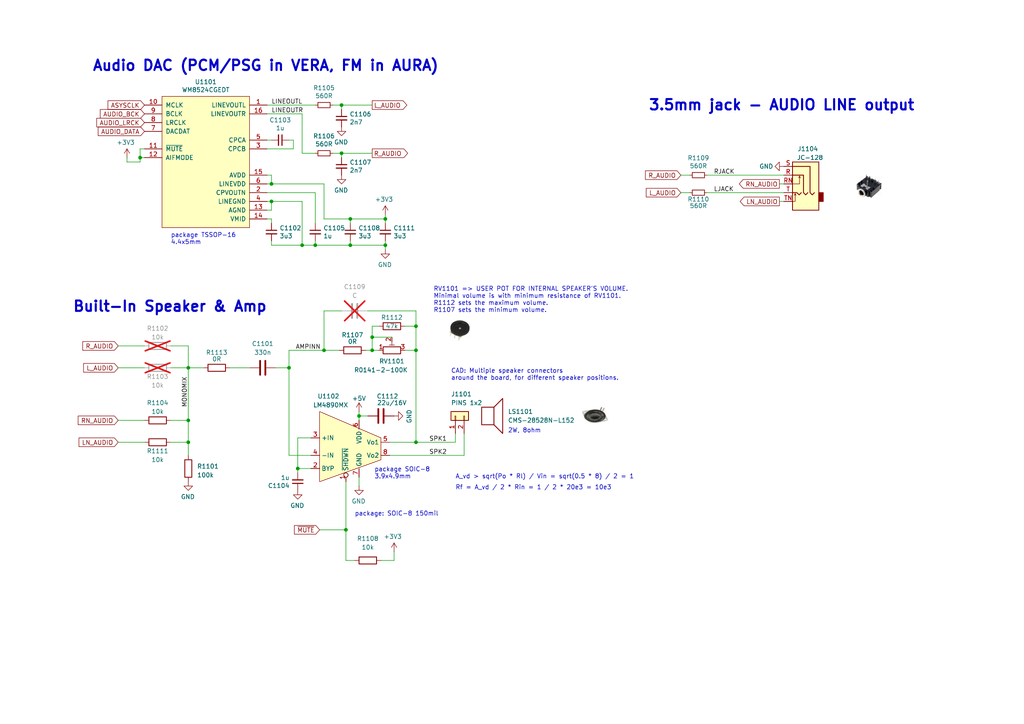
<source format=kicad_sch>
(kicad_sch (version 20230121) (generator eeschema)
  (paper "A4")
  (title_block (title "X65-SBC") (date "2024-01-10") (rev "revA1") (company "FOR X65.EU DESIGNED BY JSYKORA.INFO") (comment 1 "Sound DAC and output port"))
  (lib_symbols
    (symbol "Amplif:LM4890MX"
      (property "Reference" "U" (at -7.62 -11.43 0))
      (property "Value" "LM4890MX" (at -8.89 -13.97 0))
      (symbol "LM4890MX_0_1"
        (polyline (pts (xy 7.62 2.54) (xy 7.62 -3.81) (xy -10.16 -10.16) (xy -10.16 10.16) (xy 7.62 2.54)) (fill (type background)))
      )
      (symbol "LM4890MX_1_1"
        (pin input inverted (at -2.54 -10.16 90) (length 2.54) (name "~{SHDWN}") (number "1"))
        (pin input line (at -12.7 -6.35 0) (length 2.54) (name "BYP") (number "2"))
        (pin input line (at -12.7 2.54 0) (length 2.54) (name "+IN") (number "3"))
        (pin input line (at -12.7 -2.54 0) (length 2.54) (name "-IN") (number "4"))
        (pin output line (at 10.16 1.27 180) (length 2.54) (name "Vo1") (number "5"))
        (pin power_in line (at 1.27 7.62 270) (length 2.54) (name "VDD") (number "6"))
        (pin power_in line (at 1.27 -8.89 90) (length 2.54) (name "GND") (number "7"))
        (pin output line (at 10.16 -2.54 180) (length 2.54) (name "Vo2") (number "8"))
      )
    )
    (symbol "Connector_Audio:AudioJack3_Ground_SwitchTR"
      (property "Reference" "J1104" (at -1.905 7.62 0))
      (property "Value" "JC-128" (at -2.54 5.08 0))
      (symbol "AudioJack3_Ground_SwitchTR_0_1"
        (rectangle (start -5.08 -5.08) (end -6.35 -7.62) (stroke (width 0.254)) (fill (type outline)))
        (polyline (pts (xy 0.508 -0.254) (xy 0.762 -0.762)))
        (polyline (pts (xy 1.778 -5.334) (xy 2.032 -5.842)))
        (polyline (pts (xy 0 -5.08) (xy 0.635 -5.715) (xy 1.27 -5.08) (xy 2.54 -5.08)) (stroke (width 0.254)))
        (polyline (pts (xy 2.54 -7.62) (xy 1.778 -7.62) (xy 1.778 -5.334) (xy 1.524 -5.842)))
        (polyline (pts (xy 2.54 -2.54) (xy 0.508 -2.54) (xy 0.508 -0.254) (xy 0.254 -0.762)))
        (polyline (pts (xy -1.905 -5.08) (xy -1.27 -5.715) (xy -0.635 -5.08) (xy -0.635 0) (xy 2.54 0)) (stroke (width 0.254)))
        (polyline (pts (xy 2.54 2.54) (xy -2.54 2.54) (xy -2.54 -5.08) (xy -3.175 -5.715) (xy -3.81 -5.08)) (stroke (width 0.254)))
        (rectangle (start 2.54 3.81) (end -5.08 -10.16) (stroke (width 0.254)) (fill (type background)))
      )
      (symbol "AudioJack3_Ground_SwitchTR_1_1"
        (pin passive line (at 5.08 0 180) (length 2.54) (name "~") (number "R"))
        (pin passive line (at 5.08 -2.54 180) (length 2.54) (name "~") (number "RN"))
        (pin passive line (at 5.08 2.54 180) (length 2.54) (name "~") (number "S"))
        (pin passive line (at 5.08 -5.08 180) (length 2.54) (name "~") (number "T"))
        (pin passive line (at 5.08 -7.62 180) (length 2.54) (name "~") (number "TN"))
      )
    )
    (symbol "Connector_Generic:Conn_01x02" (pin_names (offset 1.016) hide)
      (property "Reference" "J" (at 0 2.54 0))
      (property "Value" "Conn_01x02" (at 0 -5.08 0))
      (symbol "Conn_01x02_1_1"
        (rectangle (start -1.27 -2.413) (end 0 -2.667) (stroke (width 0.1524)))
        (rectangle (start -1.27 0.127) (end 0 -0.127) (stroke (width 0.1524)))
        (rectangle (start -1.27 1.27) (end 1.27 -3.81) (stroke (width 0.254)) (fill (type background)))
        (pin passive line (at -5.08 0 0) (length 3.81) (name "Pin_1") (number "1"))
        (pin passive line (at -5.08 -2.54 0) (length 3.81) (name "Pin_2") (number "2"))
      )
    )
    (symbol "Device:C" (pin_numbers hide) (pin_names (offset 0.254))
      (property "Reference" "C" (at 0.635 2.54 0))
      (property "Value" "C" (at 0.635 -2.54 0))
      (symbol "C_0_1"
        (polyline (pts (xy -2.032 -0.762) (xy 2.032 -0.762)) (stroke (width 0.508)))
        (polyline (pts (xy -2.032 0.762) (xy 2.032 0.762)) (stroke (width 0.508)))
      )
      (symbol "C_1_1"
        (pin passive line (at 0 3.81 270) (length 2.794) (name "~") (number "1"))
        (pin passive line (at 0 -3.81 90) (length 2.794) (name "~") (number "2"))
      )
    )
    (symbol "Device:C_Small" (pin_numbers hide) (pin_names (offset 0.254) hide)
      (property "Reference" "C" (at 0.254 1.778 0))
      (property "Value" "C_Small" (at 0.254 -2.032 0))
      (symbol "C_Small_0_1"
        (polyline (pts (xy -1.524 -0.508) (xy 1.524 -0.508)) (stroke (width 0.3302)))
        (polyline (pts (xy -1.524 0.508) (xy 1.524 0.508)) (stroke (width 0.3048)))
      )
      (symbol "C_Small_1_1"
        (pin passive line (at 0 2.54 270) (length 2.032) (name "~") (number "1"))
        (pin passive line (at 0 -2.54 90) (length 2.032) (name "~") (number "2"))
      )
    )
    (symbol "Device:R" (pin_numbers hide) (pin_names (offset 0))
      (property "Reference" "R" (at 2.032 0 90))
      (property "Value" "R" (at 0 0 90))
      (symbol "R_0_1"
        (rectangle (start -1.016 -2.54) (end 1.016 2.54) (stroke (width 0.254)))
      )
      (symbol "R_1_1"
        (pin passive line (at 0 3.81 270) (length 1.27) (name "~") (number "1"))
        (pin passive line (at 0 -3.81 90) (length 1.27) (name "~") (number "2"))
      )
    )
    (symbol "Device:R_Potentiometer_Trim" (pin_names (offset 1.016) hide)
      (property "Reference" "RV" (at -4.445 0 90))
      (property "Value" "R_Potentiometer_Trim" (at -2.54 0 90))
      (symbol "R_Potentiometer_Trim_0_1"
        (polyline (pts (xy 1.524 0.762) (xy 1.524 -0.762)))
        (polyline (pts (xy 2.54 0) (xy 1.524 0)))
        (rectangle (start 1.016 2.54) (end -1.016 -2.54) (stroke (width 0.254)))
      )
      (symbol "R_Potentiometer_Trim_1_1"
        (pin passive line (at 0 3.81 270) (length 1.27) (name "1") (number "1"))
        (pin passive line (at 3.81 0 180) (length 1.27) (name "2") (number "2"))
        (pin passive line (at 0 -3.81 90) (length 1.27) (name "3") (number "3"))
      )
    )
    (symbol "Device:R_Small" (pin_numbers hide) (pin_names (offset 0.254) hide)
      (property "Reference" "R" (at 0.762 0.508 0))
      (property "Value" "R_Small" (at 0.762 -1.016 0))
      (symbol "R_Small_0_1"
        (rectangle (start -0.762 1.778) (end 0.762 -1.778) (stroke (width 0.2032)))
      )
      (symbol "R_Small_1_1"
        (pin passive line (at 0 2.54 270) (length 0.762) (name "~") (number "1"))
        (pin passive line (at 0 -2.54 90) (length 0.762) (name "~") (number "2"))
      )
    )
    (symbol "Device:Speaker" (pin_numbers hide) (pin_names (offset 0) hide)
      (property "Reference" "LS1101" (at 5.08 0.0001 0))
      (property "Value" "CMS-28528N-L152" (at 5.08 -2.5399 0))
      (symbol "Speaker_0_0"
        (rectangle (start -2.54 1.27) (end 1.016 -3.81) (stroke (width 0.254)))
        (polyline (pts (xy 1.016 1.27) (xy 3.556 3.81) (xy 3.556 -6.35) (xy 1.016 -3.81)) (stroke (width 0.254)))
      )
    )
    (symbol "power:+3V3" (power) (pin_names (offset 0))
      (property "Value" "+3V3" (at 0 3.556 0))
      (symbol "+3V3_0_1"
        (polyline (pts (xy -0.762 1.27) (xy 0 2.54)))
        (polyline (pts (xy 0 0) (xy 0 2.54)))
        (polyline (pts (xy 0 2.54) (xy 0.762 1.27)))
      )
      (symbol "+3V3_1_1"
        (pin power_in line (at 0 0 90) (length 0) hide (name "+3V3") (number "1"))
      )
    )
    (symbol "power:+5V" (power) (pin_names (offset 0))
      (property "Value" "+5V" (at 0 3.556 0))
      (symbol "+5V_0_1"
        (polyline (pts (xy -0.762 1.27) (xy 0 2.54)))
        (polyline (pts (xy 0 0) (xy 0 2.54)))
        (polyline (pts (xy 0 2.54) (xy 0.762 1.27)))
      )
      (symbol "+5V_1_1"
        (pin power_in line (at 0 0 90) (length 0) hide (name "+5V") (number "1"))
      )
    )
    (symbol "power:GND" (power) (pin_names (offset 0))
      (property "Value" "GND" (at 0 -3.81 0))
      (symbol "GND_0_1"
        (polyline (pts (xy 0 0) (xy 0 -1.27) (xy 1.27 -1.27) (xy 0 -2.54) (xy -1.27 -1.27) (xy 0 -1.27)))
      )
      (symbol "GND_1_1"
        (pin power_in line (at 0 0 270) (length 0) hide (name "GND") (number "1"))
      )
    )
    (symbol "vera-module:WM8524CGEDT" (pin_names (offset 1.016))
      (property "Reference" "U" (at 1.27 3.81 0))
      (property "Value" "WM8524CGEDT" (at 7.62 1.27 0))
      (symbol "WM8524CGEDT_0_1"
        (rectangle (start 0 0) (end 25.4 -38.1) (fill (type background)))
      )
      (symbol "WM8524CGEDT_1_1"
        (pin output line (at 30.48 -2.54 180) (length 5.08) (name "LINEVOUTL") (number "1"))
        (pin input line (at -5.08 -2.54 0) (length 5.08) (name "MCLK") (number "10"))
        (pin input line (at -5.08 -15.24 0) (length 5.08) (name "~{MUTE}") (number "11"))
        (pin input line (at -5.08 -17.78 0) (length 5.08) (name "AIFMODE") (number "12"))
        (pin power_in line (at 30.48 -33.02 180) (length 5.08) (name "AGND") (number "13"))
        (pin power_in line (at 30.48 -35.56 180) (length 5.08) (name "VMID") (number "14"))
        (pin power_in line (at 30.48 -22.86 180) (length 5.08) (name "AVDD") (number "15"))
        (pin output line (at 30.48 -5.08 180) (length 5.08) (name "LINEVOUTR") (number "16"))
        (pin power_out line (at 30.48 -27.94 180) (length 5.08) (name "CPVOUTN") (number "2"))
        (pin passive line (at 30.48 -15.24 180) (length 5.08) (name "CPCB") (number "3"))
        (pin power_in line (at 30.48 -30.48 180) (length 5.08) (name "LINEGND") (number "4"))
        (pin passive line (at 30.48 -12.7 180) (length 5.08) (name "CPCA") (number "5"))
        (pin power_in line (at 30.48 -25.4 180) (length 5.08) (name "LINEVDD") (number "6"))
        (pin input line (at -5.08 -10.16 0) (length 5.08) (name "DACDAT") (number "7"))
        (pin input line (at -5.08 -7.62 0) (length 5.08) (name "LRCLK") (number "8"))
        (pin input line (at -5.08 -5.08 0) (length 5.08) (name "BCLK") (number "9"))
      )
    )
  )
  (junction (at 78.74 58.42))
  (junction (at 54.61 106.68))
  (junction (at 91.44 71.12))
  (junction (at 101.6 63.5))
  (junction (at 120.65 101.6))
  (junction (at 54.61 121.92))
  (junction (at 111.76 71.12))
  (junction (at 93.98 101.6))
  (junction (at 107.95 101.6))
  (junction (at 107.95 97.79))
  (junction (at 99.06 44.45))
  (junction (at 100.33 153.67))
  (junction (at 99.06 30.48))
  (junction (at 83.82 106.68))
  (junction (at 120.65 94.615))
  (junction (at 86.36 135.89))
  (junction (at 54.61 128.27))
  (junction (at 120.65 128.27))
  (junction (at 78.74 53.34))
  (junction (at 87.63 71.12))
  (junction (at 111.76 63.5))
  (junction (at 40.64 45.72))
  (junction (at 101.6 71.12))
  (junction (at 104.14 120.65))
  (wire (pts (xy 99.06 44.45) (xy 107.95 44.45)))
  (wire (pts (xy 86.36 135.89) (xy 90.17 135.89)))
  (wire (pts (xy 120.65 90.17) (xy 120.65 94.615)))
  (wire (pts (xy 54.61 100.33) (xy 54.61 106.68)))
  (wire (pts (xy 87.63 71.12) (xy 78.74 71.12)))
  (wire (pts (xy 101.6 63.5) (xy 93.98 63.5)))
  (wire (pts (xy 78.74 53.34) (xy 93.98 53.34)))
  (wire (pts (xy 34.29 121.92) (xy 41.91 121.92)))
  (wire (pts (xy 87.63 33.02) (xy 87.63 44.45)))
  (wire (pts (xy 78.74 53.34) (xy 77.47 53.34)))
  (wire (pts (xy 34.29 106.68) (xy 41.91 106.68)))
  (wire (pts (xy 40.64 45.72) (xy 40.64 46.99)))
  (wire (pts (xy 41.91 43.18) (xy 40.64 43.18)))
  (wire (pts (xy 120.65 128.27) (xy 132.08 128.27)))
  (wire (pts (xy 106.68 90.17) (xy 120.65 90.17)))
  (wire (pts (xy 87.63 58.42) (xy 87.63 71.12)))
  (wire (pts (xy 111.76 63.5) (xy 101.6 63.5)))
  (wire (pts (xy 104.14 120.65) (xy 104.14 121.92)))
  (wire (pts (xy 34.29 100.33) (xy 41.91 100.33)))
  (wire (pts (xy 78.74 60.96) (xy 77.47 60.96)))
  (wire (pts (xy 77.47 50.8) (xy 78.74 50.8)))
  (wire (pts (xy 54.61 121.92) (xy 54.61 128.27)))
  (wire (pts (xy 101.6 71.12) (xy 101.6 69.85)))
  (wire (pts (xy 49.53 128.27) (xy 54.61 128.27)))
  (wire (pts (xy 93.98 63.5) (xy 93.98 53.34)))
  (wire (pts (xy 77.47 43.18) (xy 85.09 43.18)))
  (wire (pts (xy 99.06 90.17) (xy 93.98 90.17)))
  (wire (pts (xy 91.44 55.88) (xy 91.44 64.77)))
  (wire (pts (xy 93.98 90.17) (xy 93.98 101.6)))
  (wire (pts (xy 100.33 162.56) (xy 100.33 153.67)))
  (wire (pts (xy 111.76 71.12) (xy 111.76 72.39)))
  (wire (pts (xy 54.61 106.68) (xy 54.61 121.92)))
  (wire (pts (xy 109.855 94.615) (xy 107.95 94.615)))
  (wire (pts (xy 40.64 45.72) (xy 41.91 45.72)))
  (wire (pts (xy 99.06 30.48) (xy 99.06 31.75)))
  (wire (pts (xy 93.98 101.6) (xy 98.425 101.6)))
  (wire (pts (xy 107.95 94.615) (xy 107.95 97.79)))
  (wire (pts (xy 205.105 55.88) (xy 227.33 55.88)))
  (wire (pts (xy 78.74 40.64) (xy 77.47 40.64)))
  (wire (pts (xy 40.64 46.99) (xy 36.83 46.99)))
  (wire (pts (xy 86.36 137.16) (xy 86.36 135.89)))
  (wire (pts (xy 90.17 132.08) (xy 83.82 132.08)))
  (wire (pts (xy 86.36 135.89) (xy 86.36 127)))
  (wire (pts (xy 91.44 71.12) (xy 101.6 71.12)))
  (wire (pts (xy 226.06 58.42) (xy 227.33 58.42)))
  (wire (pts (xy 120.65 94.615) (xy 120.65 101.6)))
  (wire (pts (xy 36.83 46.99) (xy 36.83 45.72)))
  (wire (pts (xy 114.3 162.56) (xy 110.49 162.56)))
  (wire (pts (xy 120.65 101.6) (xy 120.65 128.27)))
  (wire (pts (xy 111.76 63.5) (xy 111.76 64.77)))
  (wire (pts (xy 49.53 121.92) (xy 54.61 121.92)))
  (wire (pts (xy 87.63 44.45) (xy 91.44 44.45)))
  (wire (pts (xy 91.44 69.85) (xy 91.44 71.12)))
  (wire (pts (xy 96.52 44.45) (xy 99.06 44.45)))
  (wire (pts (xy 54.61 106.68) (xy 59.055 106.68)))
  (wire (pts (xy 96.52 30.48) (xy 99.06 30.48)))
  (wire (pts (xy 114.3 160.02) (xy 114.3 162.56)))
  (wire (pts (xy 34.29 128.27) (xy 41.91 128.27)))
  (wire (pts (xy 101.6 71.12) (xy 111.76 71.12)))
  (wire (pts (xy 54.61 106.68) (xy 49.53 106.68)))
  (wire (pts (xy 85.09 43.18) (xy 85.09 40.64)))
  (wire (pts (xy 77.47 30.48) (xy 91.44 30.48)))
  (wire (pts (xy 113.03 128.27) (xy 120.65 128.27)))
  (wire (pts (xy 91.44 71.12) (xy 87.63 71.12)))
  (wire (pts (xy 77.47 55.88) (xy 91.44 55.88)))
  (wire (pts (xy 85.09 40.64) (xy 83.82 40.64)))
  (wire (pts (xy 100.33 153.67) (xy 100.33 139.7)))
  (wire (pts (xy 134.62 125.73) (xy 134.62 132.08)))
  (wire (pts (xy 113.665 97.79) (xy 107.95 97.79)))
  (wire (pts (xy 117.475 94.615) (xy 120.65 94.615)))
  (wire (pts (xy 99.06 30.48) (xy 107.95 30.48)))
  (wire (pts (xy 104.14 138.43) (xy 104.14 140.97)))
  (wire (pts (xy 197.485 50.8) (xy 200.025 50.8)))
  (wire (pts (xy 205.105 50.8) (xy 227.33 50.8)))
  (wire (pts (xy 107.95 97.79) (xy 107.95 101.6)))
  (wire (pts (xy 77.47 63.5) (xy 78.74 63.5)))
  (wire (pts (xy 86.36 127) (xy 90.17 127)))
  (wire (pts (xy 113.03 132.08) (xy 134.62 132.08)))
  (wire (pts (xy 102.87 162.56) (xy 100.33 162.56)))
  (wire (pts (xy 106.045 101.6) (xy 107.95 101.6)))
  (wire (pts (xy 226.06 53.34) (xy 227.33 53.34)))
  (wire (pts (xy 83.82 101.6) (xy 93.98 101.6)))
  (wire (pts (xy 104.14 120.65) (xy 104.14 119.38)))
  (wire (pts (xy 54.61 128.27) (xy 54.61 132.08)))
  (wire (pts (xy 78.74 58.42) (xy 87.63 58.42)))
  (wire (pts (xy 77.47 58.42) (xy 78.74 58.42)))
  (wire (pts (xy 49.53 100.33) (xy 54.61 100.33)))
  (wire (pts (xy 83.82 101.6) (xy 83.82 106.68)))
  (wire (pts (xy 80.01 106.68) (xy 83.82 106.68)))
  (wire (pts (xy 78.74 63.5) (xy 78.74 64.77)))
  (wire (pts (xy 107.95 101.6) (xy 109.855 101.6)))
  (wire (pts (xy 117.475 101.6) (xy 120.65 101.6)))
  (wire (pts (xy 78.74 50.8) (xy 78.74 53.34)))
  (wire (pts (xy 197.485 55.88) (xy 200.025 55.88)))
  (wire (pts (xy 78.74 58.42) (xy 78.74 60.96)))
  (wire (pts (xy 106.68 120.65) (xy 104.14 120.65)))
  (wire (pts (xy 83.82 132.08) (xy 83.82 106.68)))
  (wire (pts (xy 92.71 153.67) (xy 100.33 153.67)))
  (wire (pts (xy 99.06 44.45) (xy 99.06 45.72)))
  (wire (pts (xy 40.64 43.18) (xy 40.64 45.72)))
  (wire (pts (xy 101.6 63.5) (xy 101.6 64.77)))
  (wire (pts (xy 111.76 62.23) (xy 111.76 63.5)))
  (wire (pts (xy 111.76 69.85) (xy 111.76 71.12)))
  (wire (pts (xy 66.675 106.68) (xy 72.39 106.68)))
  (wire (pts (xy 78.74 71.12) (xy 78.74 69.85)))
  (wire (pts (xy 77.47 33.02) (xy 87.63 33.02)))
  (wire (pts (xy 132.08 128.27) (xy 132.08 125.73)))
  (image (at 133.35 95.885) (scale 0.192642))
  (image (at 252.095 53.975) (scale 0.221383))
  (image (at 172.72 120.015))
  (text "Built-In Speaker & Amp" (at 20.955 90.805 0) (effects (font (size 3 3) (thickness 0.6) bold) (justify left bottom)))
  (text "package TSSOP-16\n4.4x5mm" (at 49.53 71.12 0) (effects (font (size 1.27 1.27)) (justify left bottom)))
  (text "3.5mm jack - AUDIO LINE output" (at 187.96 32.385 0) (effects (font (size 3 3) (thickness 0.6) bold) (justify left bottom)))
  (text "CAD: Multiple speaker connectors\naround the board, for different speaker positions." (at 130.81 110.49 0) (effects (font (size 1.27 1.27)) (justify left bottom)))
  (text "2W, 8ohm" (at 147.32 125.73 0) (effects (font (size 1.27 1.27)) (justify left bottom)))
  (text "A_vd > sqrt(Po * Rl) / Vin = sqrt(0.5 * 8) / 2 = 1" (at 132.08 139.065 0) (effects (font (size 1.27 1.27)) (justify left bottom)))
  (text "RV1101 => USER POT FOR INTERNAL SPEAKER'S VOLUME.\nMinimal volume is with minimum resistance of RV1101.\nR1112 sets the maximum volume.\nR1107 sets the minimum volume." (at 125.73 90.805 0) (effects (font (size 1.27 1.27)) (justify left bottom)))
  (text "package: SOIC-8 150mil" (at 102.87 149.86 0) (effects (font (size 1.27 1.27)) (justify left bottom)))
  (text "Audio DAC (PCM/PSG in VERA, FM in AURA)" (at 26.67 20.955 0) (effects (font (size 3 3) (thickness 0.6) bold) (justify left bottom)))
  (text "package SOIC-8\n3.9x4.9mm" (at 108.585 139.065 0) (effects (font (size 1.27 1.27)) (justify left bottom)))
  (text "Rf = A_vd / 2 * Rin = 1 / 2 * 20e3 = 10e3" (at 132.08 142.24 0) (effects (font (size 1.27 1.27)) (justify left bottom)))
  (label "LJACK" (at 207.01 55.88 0))
  (label "SPK2" (at 124.46 132.08 0))
  (label "LINEOUTL" (at 78.74 30.48 0))
  (label "LINEOUTR" (at 78.74 33.02 0))
  (label "MONOMIX" (at 54.61 118.11 90))
  (label "SPK1" (at 124.46 128.27 0))
  (label "RJACK" (at 207.01 50.8 0))
  (label "AMPINN" (at 85.725 101.6 0))
  (global_label "L_AUDIO" (shape input) (at 197.485 55.88 180) (property "Intersheetrefs" "${INTERSHEET_REFS}" (effects hide)))
  (global_label "ASYSCLK" (shape input) (at 41.91 30.48 180) (property "Intersheetrefs" "${INTERSHEET_REFS}" (effects hide)))
  (global_label "LN_AUDIO" (shape input) (at 34.29 128.27 180) (property "Intersheetrefs" "${INTERSHEET_REFS}" (effects hide)))
  (global_label "~{MUTE}" (shape input) (at 92.71 153.67 180) (property "Intersheetrefs" "${INTERSHEET_REFS}" (effects hide)))
  (global_label "AUDIO_DATA" (shape input) (at 41.91 38.1 180) (property "Intersheetrefs" "${INTERSHEET_REFS}" (effects hide)))
  (global_label "R_AUDIO" (shape output) (at 107.95 44.45 0) (property "Intersheetrefs" "${INTERSHEET_REFS}" (effects hide)))
  (global_label "LN_AUDIO" (shape output) (at 226.06 58.42 180) (property "Intersheetrefs" "${INTERSHEET_REFS}" (effects hide)))
  (global_label "RN_AUDIO" (shape input) (at 34.29 121.92 180) (property "Intersheetrefs" "${INTERSHEET_REFS}" (effects hide)))
  (global_label "AUDIO_LRCK" (shape input) (at 41.91 35.56 180) (property "Intersheetrefs" "${INTERSHEET_REFS}" (effects hide)))
  (global_label "L_AUDIO" (shape input) (at 34.29 106.68 180) (property "Intersheetrefs" "${INTERSHEET_REFS}" (effects hide)))
  (global_label "RN_AUDIO" (shape output) (at 226.06 53.34 180) (property "Intersheetrefs" "${INTERSHEET_REFS}" (effects hide)))
  (global_label "R_AUDIO" (shape input) (at 34.29 100.33 180) (property "Intersheetrefs" "${INTERSHEET_REFS}" (effects hide)))
  (global_label "L_AUDIO" (shape output) (at 107.95 30.48 0) (property "Intersheetrefs" "${INTERSHEET_REFS}" (effects hide)))
  (global_label "R_AUDIO" (shape input) (at 197.485 50.8 180) (property "Intersheetrefs" "${INTERSHEET_REFS}" (effects hide)))
  (global_label "AUDIO_BCK" (shape input) (at 41.91 33.02 180) (property "Intersheetrefs" "${INTERSHEET_REFS}" (effects hide)))
  (symbol (lib_id "power:+3V3") (at 114.3 160.02 0) (mirror y) (unit 1)
    (property "Reference" "#PWR01101" (effects hide))
    (property "Value" "+3V3" (at 113.919 155.6258 0))
    (instances (project "x65-sbc-revA1" (path "" (reference "#PWR01101") (unit 1))) (project "openX65-vabo" (path "" (reference "#PWR0704") (unit 1))))
  )
  (symbol (lib_id "Device:R") (at 45.72 121.92 90) (unit 1)
    (property "Reference" "R1104" (at 45.72 116.84 90))
    (property "Value" "10k" (at 45.72 119.38 90))
    (property "Footprint" "Resistor_SMD:R_0603_1608Metric_Pad0.98x0.95mm_HandSolder" (effects hide))
    (instances (project "x65-sbc-revA1" (path "" (reference "R1104") (unit 1))) (project "openX65-vabo" (path "" (reference "R703") (unit 1))))
  )
  (symbol (lib_id "Device:R") (at 54.61 135.89 0) (unit 1)
    (property "Reference" "R1101" (at 57.15 135.255 0) (effects (justify left)))
    (property "Value" "100k" (at 57.15 137.795 0) (effects (justify left)))
    (property "Footprint" "Resistor_SMD:R_0603_1608Metric_Pad0.98x0.95mm_HandSolder" (effects hide))
  )
  (symbol (lib_id "Device:R_Small") (at 202.565 55.88 270) (unit 1)
    (property "Reference" "R1110" (at 202.565 57.785 90))
    (property "Value" "560R" (at 202.565 59.69 90))
    (property "Footprint" "Resistor_SMD:R_0603_1608Metric_Pad0.98x0.95mm_HandSolder" (effects hide))
    (instances (project "x65-sbc-revA1" (path "" (reference "R1110") (unit 1))) (project "openX65-vabo" (path "" (reference "R710") (unit 1))))
  )
  (symbol (lib_id "power:GND") (at 104.14 140.97 0) (mirror y) (unit 1)
    (property "Reference" "#PWR01109" (effects hide))
    (property "Value" "GND" (at 104.013 145.3642 0))
    (instances (project "x65-sbc-revA1" (path "" (reference "#PWR01109") (unit 1))) (project "openX65-vabo" (path "" (reference "#PWR0708") (unit 1))))
  )
  (symbol (lib_id "Device:R") (at 45.72 100.33 90) (unit 1) (dnp yes)
    (property "Reference" "R1102" (at 45.72 95.25 90))
    (property "Value" "10k" (at 45.72 97.79 90))
    (property "Footprint" "Resistor_SMD:R_0603_1608Metric_Pad0.98x0.95mm_HandSolder" (effects hide))
    (instances (project "x65-sbc-revA1" (path "" (reference "R1102") (unit 1))) (project "openX65-vabo" (path "" (reference "R703") (unit 1))))
  )
  (symbol (lib_id "power:+3V3") (at 36.83 45.72 0) (mirror y) (unit 1)
    (property "Reference" "#PWR01102" (effects hide))
    (property "Value" "+3V3" (at 36.449 41.3258 0))
    (instances (project "x65-sbc-revA1" (path "" (reference "#PWR01102") (unit 1))) (project "openX65-vabo" (path "" (reference "#PWR0701") (unit 1))))
  )
  (symbol (lib_id "Connector_Generic:Conn_01x02") (at 132.08 120.65 90) (unit 1)
    (property "Reference" "J1101" (at 130.81 114.3 90) (effects (justify right)))
    (property "Value" "PINS 1x2" (at 130.81 116.84 90) (effects (justify right)))
    (property "Footprint" "Connector_PinHeader_2.54mm:PinHeader_1x02_P2.54mm_Horizontal" (effects hide))
    (instances (project "x65-sbc-revA1" (path "" (reference "J1101") (unit 1))) (project "openX65-vabo" (path "" (reference "J702") (unit 1))))
  )
  (symbol (lib_id "Device:C_Small") (at 101.6 67.31 0) (unit 1)
    (property "Reference" "C1108" (at 103.9368 66.1416 0) (effects (justify left)))
    (property "Value" "3u3" (at 103.9368 68.453 0) (effects (justify left)))
    (property "Footprint" "Capacitor_SMD:C_0603_1608Metric_Pad1.08x0.95mm_HandSolder" (effects hide))
    (instances (project "x65-sbc-revA1" (path "" (reference "C1108") (unit 1))) (project "openX65-vabo" (path "" (reference "C706") (unit 1))))
  )
  (symbol (lib_id "Device:C_Small") (at 99.06 48.26 0) (unit 1)
    (property "Reference" "C1107" (at 101.3968 47.0916 0) (effects (justify left)))
    (property "Value" "2n7" (at 101.3968 49.403 0) (effects (justify left)))
    (property "Footprint" "Capacitor_SMD:C_0603_1608Metric_Pad1.08x0.95mm_HandSolder" (effects hide))
    (instances (project "x65-sbc-revA1" (path "" (reference "C1107") (unit 1))) (project "openX65-vabo" (path "" (reference "C705") (unit 1))))
  )
  (symbol (lib_id "Device:C_Small") (at 81.28 40.64 270) (unit 1)
    (property "Reference" "C1103" (at 81.28 34.8234 90))
    (property "Value" "1u" (at 81.28 37.1348 90))
    (property "Footprint" "Capacitor_SMD:C_0603_1608Metric_Pad1.08x0.95mm_HandSolder" (effects hide))
    (instances (project "x65-sbc-revA1" (path "" (reference "C1103") (unit 1))) (project "openX65-vabo" (path "" (reference "C702") (unit 1))))
  )
  (symbol (lib_id "Device:R_Small") (at 93.98 44.45 270) (unit 1)
    (property "Reference" "R1106" (at 93.98 39.4716 90))
    (property "Value" "560R" (at 93.98 41.783 90))
    (property "Footprint" "Resistor_SMD:R_0603_1608Metric_Pad0.98x0.95mm_HandSolder" (effects hide))
    (instances (project "x65-sbc-revA1" (path "" (reference "R1106") (unit 1))) (project "openX65-vabo" (path "" (reference "R702") (unit 1))))
  )
  (symbol (lib_id "power:GND") (at 54.61 139.7 0) (mirror y) (unit 1)
    (property "Reference" "#PWR01113" (effects hide))
    (property "Value" "GND" (at 54.483 144.0942 0))
    (instances (project "x65-sbc-revA1" (path "" (reference "#PWR01113") (unit 1))) (project "openX65-vabo" (path "" (reference "#PWR0706") (unit 1))))
  )
  (symbol (lib_id "power:GND") (at 99.06 50.8 0) (mirror y) (unit 1)
    (property "Reference" "#PWR01107" (effects hide))
    (property "Value" "GND" (at 98.933 55.1942 0))
    (instances (project "x65-sbc-revA1" (path "" (reference "#PWR01107") (unit 1))) (project "openX65-vabo" (path "" (reference "#PWR0703") (unit 1))))
  )
  (symbol (lib_id "Device:R") (at 106.68 162.56 90) (unit 1)
    (property "Reference" "R1108" (at 106.68 156.21 90))
    (property "Value" "10k" (at 106.68 158.75 90))
    (property "Footprint" "Resistor_SMD:R_0603_1608Metric_Pad0.98x0.95mm_HandSolder" (effects hide))
    (instances (project "x65-sbc-revA1" (path "" (reference "R1108") (unit 1))) (project "openX65-vabo" (path "" (reference "R708") (unit 1))))
  )
  (symbol (lib_id "Device:R_Potentiometer_Trim") (at 113.665 101.6 90) (unit 1)
    (property "Reference" "RV1101" (at 113.665 104.775 90))
    (property "Value" "R0141-2-100K" (at 110.49 107.315 90))
    (property "Footprint" "x65_footprints:Trimmer_R0141-2" (effects hide))
  )
  (symbol (lib_id "Device:C") (at 76.2 106.68 90) (unit 1)
    (property "Reference" "C1101" (at 76.2 99.695 90))
    (property "Value" "330n" (at 76.2 102.235 90))
    (property "Footprint" "Capacitor_SMD:C_0603_1608Metric_Pad1.08x0.95mm_HandSolder" (effects hide))
    (instances (project "x65-sbc-revA1" (path "" (reference "C1101") (unit 1))) (project "openX65-vabo" (path "" (reference "C708") (unit 1))))
  )
  (symbol (lib_id "Device:R") (at 62.865 106.68 90) (unit 1)
    (property "Reference" "R1113" (at 62.865 102.235 90))
    (property "Value" "0R" (at 62.865 104.14 90))
    (property "Footprint" "Resistor_SMD:R_0603_1608Metric_Pad0.98x0.95mm_HandSolder" (effects hide))
    (instances (project "x65-sbc-revA1" (path "" (reference "R1113") (unit 1))) (project "openX65-vabo" (path "" (reference "R704") (unit 1))))
  )
  (symbol (lib_id "Device:R") (at 102.235 101.6 90) (unit 1)
    (property "Reference" "R1107" (at 102.235 97.155 90))
    (property "Value" "0R" (at 102.235 99.06 90))
    (property "Footprint" "Resistor_SMD:R_0603_1608Metric_Pad0.98x0.95mm_HandSolder" (effects hide))
    (instances (project "x65-sbc-revA1" (path "" (reference "R1107") (unit 1))) (project "openX65-vabo" (path "" (reference "R704") (unit 1))))
  )
  (symbol (lib_id "power:GND") (at 114.3 120.65 90) (mirror x) (unit 1)
    (property "Reference" "#PWR01112" (effects hide))
    (property "Value" "GND" (at 118.6942 120.777 0))
    (instances (project "x65-sbc-revA1" (path "" (reference "#PWR01112") (unit 1))) (project "openX65-vabo" (path "" (reference "#PWR0709") (unit 1))))
  )
  (symbol (lib_id "Device:R_Small") (at 202.565 50.8 270) (unit 1)
    (property "Reference" "R1109" (at 202.565 45.8216 90))
    (property "Value" "560R" (at 202.565 48.133 90))
    (property "Footprint" "Resistor_SMD:R_0603_1608Metric_Pad0.98x0.95mm_HandSolder" (effects hide))
    (instances (project "x65-sbc-revA1" (path "" (reference "R1109") (unit 1))) (project "openX65-vabo" (path "" (reference "R709") (unit 1))))
  )
  (symbol (lib_id "Device:R") (at 45.72 106.68 90) (unit 1) (dnp yes)
    (property "Reference" "R1103" (at 45.72 109.22 90))
    (property "Value" "10k" (at 45.72 111.76 90))
    (property "Footprint" "Resistor_SMD:R_0603_1608Metric_Pad0.98x0.95mm_HandSolder" (effects hide))
    (instances (project "x65-sbc-revA1" (path "" (reference "R1103") (unit 1))) (project "openX65-vabo" (path "" (reference "R705") (unit 1))))
  )
  (symbol (lib_id "power:+5V") (at 104.14 119.38 0) (unit 1)
    (property "Reference" "#PWR01108" (effects hide))
    (property "Value" "+5V" (at 104.14 115.57 0))
    (instances (project "x65-sbc-revA1" (path "" (reference "#PWR01108") (unit 1))) (project "openX65-vabo" (path "" (reference "#PWR0707") (unit 1))))
  )
  (symbol (lib_id "power:GND") (at 227.33 48.26 270) (mirror x) (unit 1)
    (property "Reference" "#PWR01104" (effects hide))
    (property "Value" "GND" (at 222.25 48.26 90))
    (instances (project "x65-sbc-revA1" (path "" (reference "#PWR01104") (unit 1))) (project "openX65-vabo" (path "" (reference "#PWR0714") (unit 1))))
  )
  (symbol (lib_id "power:GND") (at 99.06 36.83 0) (mirror y) (unit 1)
    (property "Reference" "#PWR01106" (effects hide))
    (property "Value" "GND" (at 98.933 41.2242 0))
    (instances (project "x65-sbc-revA1" (path "" (reference "#PWR01106") (unit 1))) (project "openX65-vabo" (path "" (reference "#PWR0702") (unit 1))))
  )
  (symbol (lib_id "Device:C") (at 110.49 120.65 270) (unit 1)
    (property "Reference" "C1112" (at 112.395 114.935 90))
    (property "Value" "22u/16V" (at 113.665 116.84 90))
    (property "Footprint" "Capacitor_SMD:C_0805_2012Metric_Pad1.18x1.45mm_HandSolder" (effects hide))
    (instances (project "x65-sbc-revA1" (path "" (reference "C1112") (unit 1))) (project "openX65-vabo" (path "" (reference "C719") (unit 1))))
  )
  (symbol (lib_id "Amplif:LM4890MX") (at 102.87 129.54 0) (unit 1)
    (property "Reference" "U1102" (at 92.075 114.935 0) (effects (justify left)))
    (property "Value" "LM4890MX" (at 90.805 117.475 0) (effects (justify left)))
    (property "Footprint" "Package_SO:SOIC-8_3.9x4.9mm_P1.27mm" (effects hide))
    (instances (project "x65-sbc-revA1" (path "" (reference "U1102") (unit 1))) (project "openX65-vabo" (path "" (reference "U702") (unit 1))))
  )
  (symbol (lib_id "Device:R") (at 45.72 128.27 90) (unit 1)
    (property "Reference" "R1111" (at 45.72 130.81 90))
    (property "Value" "10k" (at 45.72 133.35 90))
    (property "Footprint" "Resistor_SMD:R_0603_1608Metric_Pad0.98x0.95mm_HandSolder" (effects hide))
    (instances (project "x65-sbc-revA1" (path "" (reference "R1111") (unit 1))) (project "openX65-vabo" (path "" (reference "R705") (unit 1))))
  )
  (symbol (lib_id "Device:R") (at 113.665 94.615 90) (unit 1)
    (property "Reference" "R1112" (at 113.665 92.075 90))
    (property "Value" "47k" (at 113.665 94.615 90))
    (property "Footprint" "Resistor_SMD:R_0603_1608Metric_Pad0.98x0.95mm_HandSolder" (effects hide))
    (instances (project "x65-sbc-revA1" (path "" (reference "R1112") (unit 1))) (project "openX65-vabo" (path "" (reference "R704") (unit 1))))
  )
  (symbol (lib_id "Device:C") (at 102.87 90.17 90) (unit 1) (in_bom no) (dnp yes)
    (property "Reference" "C1109" (at 102.87 83.185 90))
    (property "Value" "C" (at 102.87 85.725 90))
    (property "Footprint" "Capacitor_SMD:C_0603_1608Metric_Pad1.08x0.95mm_HandSolder" (effects hide))
    (instances (project "x65-sbc-revA1" (path "" (reference "C1109") (unit 1))) (project "openX65-vabo" (path "" (reference "C710") (unit 1))))
  )
  (symbol (lib_id "power:GND") (at 86.36 142.24 0) (mirror y) (unit 1)
    (property "Reference" "#PWR01105" (effects hide))
    (property "Value" "GND" (at 86.233 146.6342 0))
    (instances (project "x65-sbc-revA1" (path "" (reference "#PWR01105") (unit 1))) (project "openX65-vabo" (path "" (reference "#PWR0706") (unit 1))))
  )
  (symbol (lib_id "Device:C_Small") (at 86.36 139.7 180) (unit 1)
    (property "Reference" "C1104" (at 84.0232 140.8684 0) (effects (justify left)))
    (property "Value" "1u" (at 84.0232 138.557 0) (effects (justify left)))
    (property "Footprint" "Capacitor_SMD:C_0603_1608Metric_Pad1.08x0.95mm_HandSolder" (effects hide))
    (instances (project "x65-sbc-revA1" (path "" (reference "C1104") (unit 1))) (project "openX65-vabo" (path "" (reference "C709") (unit 1))))
  )
  (symbol (lib_id "power:+3V3") (at 111.76 62.23 0) (mirror y) (unit 1)
    (property "Reference" "#PWR01110" (effects hide))
    (property "Value" "+3V3" (at 111.379 57.8358 0))
    (instances (project "x65-sbc-revA1" (path "" (reference "#PWR01110") (unit 1))) (project "openX65-vabo" (path "" (reference "#PWR0704") (unit 1))))
  )
  (symbol (lib_id "Device:Speaker") (at 142.24 119.38 0) (unit 1)
    (property "Reference" "LS1101" (at 147.32 119.3799 0) (effects (justify left)))
    (property "Value" "CMS-28528N-L152" (at 147.32 121.9199 0) (effects (justify left)))
    (property "Footprint" "x65_footprints:CMS-28528N-L152" (effects hide))
    (instances (project "x65-sbc-revA1" (path "" (reference "LS1101") (unit 1))) (project "openX65-vabo" (path "" (reference "LS701") (unit 1))))
  )
  (symbol (lib_id "Device:C_Small") (at 111.76 67.31 0) (unit 1)
    (property "Reference" "C1111" (at 114.0968 66.1416 0) (effects (justify left)))
    (property "Value" "3u3" (at 114.0968 68.453 0) (effects (justify left)))
    (property "Footprint" "Capacitor_SMD:C_0603_1608Metric_Pad1.08x0.95mm_HandSolder" (effects hide))
    (instances (project "x65-sbc-revA1" (path "" (reference "C1111") (unit 1))) (project "openX65-vabo" (path "" (reference "C707") (unit 1))))
  )
  (symbol (lib_id "Device:C_Small") (at 91.44 67.31 0) (unit 1)
    (property "Reference" "C1105" (at 93.7768 66.1416 0) (effects (justify left)))
    (property "Value" "1u" (at 93.7768 68.453 0) (effects (justify left)))
    (property "Footprint" "Capacitor_SMD:C_0603_1608Metric_Pad1.08x0.95mm_HandSolder" (effects hide))
    (instances (project "x65-sbc-revA1" (path "" (reference "C1105") (unit 1))) (project "openX65-vabo" (path "" (reference "C703") (unit 1))))
  )
  (symbol (lib_id "Device:R_Small") (at 93.98 30.48 270) (unit 1)
    (property "Reference" "R1105" (at 93.98 25.5016 90))
    (property "Value" "560R" (at 93.98 27.813 90))
    (property "Footprint" "Resistor_SMD:R_0603_1608Metric_Pad0.98x0.95mm_HandSolder" (effects hide))
    (instances (project "x65-sbc-revA1" (path "" (reference "R1105") (unit 1))) (project "openX65-vabo" (path "" (reference "R701") (unit 1))))
  )
  (symbol (lib_id "Connector_Audio:AudioJack3_Ground_SwitchTR") (at 232.41 50.8 0) (mirror y) (unit 1)
    (property "Reference" "J1104" (at 234.315 43.18 0))
    (property "Value" "JC-128" (at 234.95 45.72 0))
    (property "Footprint" "x65_footprints:JC-128" (effects hide))
  )
  (symbol (lib_id "Device:C_Small") (at 78.74 67.31 0) (unit 1)
    (property "Reference" "C1102" (at 81.0768 66.1416 0) (effects (justify left)))
    (property "Value" "3u3" (at 81.0768 68.453 0) (effects (justify left)))
    (property "Footprint" "Capacitor_SMD:C_0603_1608Metric_Pad1.08x0.95mm_HandSolder" (effects hide))
    (instances (project "x65-sbc-revA1" (path "" (reference "C1102") (unit 1))) (project "openX65-vabo" (path "" (reference "C701") (unit 1))))
  )
  (symbol (lib_id "vera-module:WM8524CGEDT") (at 46.99 27.94 0) (unit 1)
    (property "Reference" "U1101" (at 59.69 23.749 0))
    (property "Value" "WM8524CGEDT" (at 59.69 26.0604 0))
    (property "Footprint" "Package_SO:TSSOP-16_4.4x5mm_P0.65mm" (effects hide))
    (instances (project "x65-sbc-revA1" (path "" (reference "U1101") (unit 1))) (project "openX65-vabo" (path "" (reference "U701") (unit 1))))
  )
  (symbol (lib_id "Device:C_Small") (at 99.06 34.29 0) (unit 1)
    (property "Reference" "C1106" (at 101.3968 33.1216 0) (effects (justify left)))
    (property "Value" "2n7" (at 101.3968 35.433 0) (effects (justify left)))
    (property "Footprint" "Capacitor_SMD:C_0603_1608Metric_Pad1.08x0.95mm_HandSolder" (effects hide))
    (instances (project "x65-sbc-revA1" (path "" (reference "C1106") (unit 1))) (project "openX65-vabo" (path "" (reference "C704") (unit 1))))
  )
  (symbol (lib_id "power:GND") (at 111.76 72.39 0) (mirror y) (unit 1)
    (property "Reference" "#PWR01111" (effects hide))
    (property "Value" "GND" (at 111.633 76.7842 0))
    (instances (project "x65-sbc-revA1" (path "" (reference "#PWR01111") (unit 1))) (project "openX65-vabo" (path "" (reference "#PWR0705") (unit 1))))
  )
)
</source>
